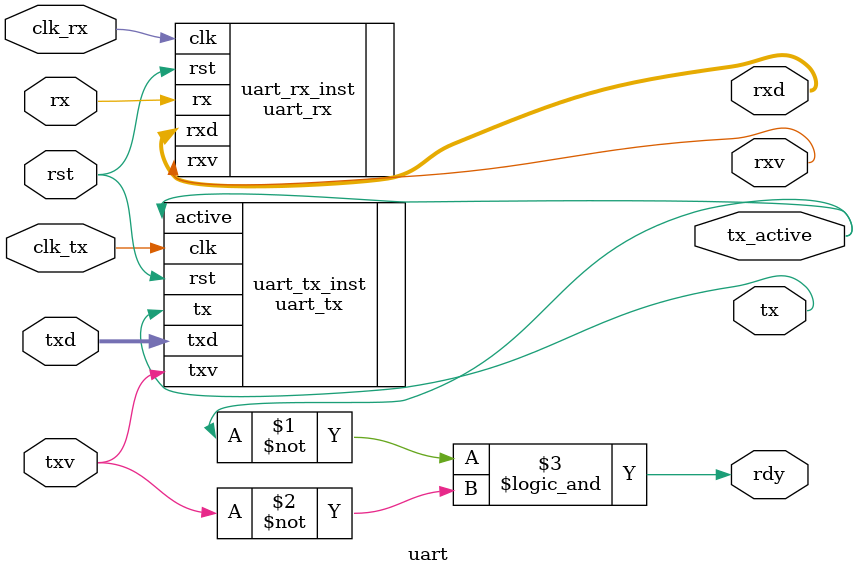
<source format=v>

`timescale 1ns / 1ps

module uart #
(                            
    parameter DATA_WIDTH      = 8,
    parameter STOP_BITS       = 1,
    parameter PARITY          = 0,
    parameter EVEN            = 1,
    parameter PRESCALER       = 16,
    parameter LATCH_TOLERANCE = 1
)
(
    input  wire       clk_rx,
    input  wire       clk_tx,
    input  wire       rst,

	input  wire       rx,
	output wire       tx,

	input  wire [7:0] txd,
	input  wire       txv,
	
	output wire [7:0] rxd,
	output wire       rxv,
	
	output wire       rdy,
	output wire       tx_active

);

assign rdy = ( ~tx_active && ~txv );

uart_rx #(
	.DATA_WIDTH      ( DATA_WIDTH  ),
	.STOP_BITS       ( STOP_BITS   ),
	.PARITY          ( PARITY      ),
	.EVEN            ( EVEN        ),
	.PRESCALER       ( PRESCALER   ),
	.LATCH_TOLERANCE ( LATCH_TOLERANCE ) )
uart_rx_inst (
	.clk      ( clk_rx ),
	.rst      ( rst ),
	.rx       ( rx  ),
	.rxd      ( rxd ),
	.rxv      ( rxv )
);

uart_tx #(
	.DATA_WIDTH ( DATA_WIDTH  ),
	.STOP_BITS  ( STOP_BITS   ),
	.PARITY     ( PARITY      ),
	.EVEN       ( EVEN        ),
	.PRESCALER  ( PRESCALER   ) )
uart_tx_inst (
	.clk      ( clk_tx ),
	.rst      ( rst ),
	.tx       ( tx  ),
	.txd      ( txd ),
	.txv      ( txv ),
	.active   ( tx_active )
);

endmodule

</source>
